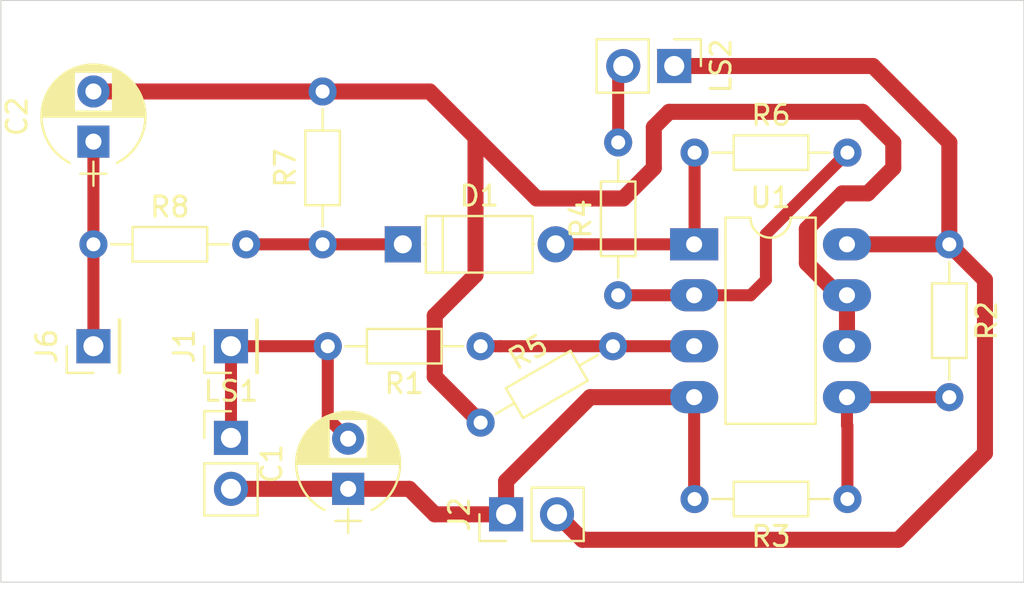
<source format=kicad_pcb>
(kicad_pcb (version 20171130) (host pcbnew "(5.1.2)-2")

  (general
    (thickness 1.6)
    (drawings 4)
    (tracks 70)
    (zones 0)
    (modules 17)
    (nets 12)
  )

  (page A4)
  (title_block
    (title "Velocity AM Demodulator")
    (date 2019-11-28)
    (rev "rev 0.1")
    (company BoSL)
  )

  (layers
    (0 F.Cu signal)
    (31 B.Cu signal)
    (32 B.Adhes user)
    (33 F.Adhes user)
    (34 B.Paste user)
    (35 F.Paste user)
    (36 B.SilkS user)
    (37 F.SilkS user)
    (38 B.Mask user)
    (39 F.Mask user)
    (40 Dwgs.User user)
    (41 Cmts.User user)
    (42 Eco1.User user)
    (43 Eco2.User user)
    (44 Edge.Cuts user)
    (45 Margin user)
    (46 B.CrtYd user)
    (47 F.CrtYd user)
    (48 B.Fab user)
    (49 F.Fab user)
  )

  (setup
    (last_trace_width 0.8)
    (user_trace_width 0.6)
    (user_trace_width 0.8)
    (trace_clearance 0.2)
    (zone_clearance 0.508)
    (zone_45_only no)
    (trace_min 0.2)
    (via_size 0.8)
    (via_drill 0.4)
    (via_min_size 0.4)
    (via_min_drill 0.3)
    (uvia_size 0.3)
    (uvia_drill 0.1)
    (uvias_allowed no)
    (uvia_min_size 0.2)
    (uvia_min_drill 0.1)
    (edge_width 0.05)
    (segment_width 0.2)
    (pcb_text_width 0.3)
    (pcb_text_size 1.5 1.5)
    (mod_edge_width 0.12)
    (mod_text_size 1 1)
    (mod_text_width 0.15)
    (pad_size 1.524 1.524)
    (pad_drill 0.762)
    (pad_to_mask_clearance 0.051)
    (solder_mask_min_width 0.25)
    (aux_axis_origin 0 0)
    (visible_elements FFFFFF7F)
    (pcbplotparams
      (layerselection 0x010fc_ffffffff)
      (usegerberextensions false)
      (usegerberattributes false)
      (usegerberadvancedattributes false)
      (creategerberjobfile false)
      (excludeedgelayer true)
      (linewidth 0.100000)
      (plotframeref false)
      (viasonmask false)
      (mode 1)
      (useauxorigin false)
      (hpglpennumber 1)
      (hpglpenspeed 20)
      (hpglpendiameter 15.000000)
      (psnegative false)
      (psa4output false)
      (plotreference true)
      (plotvalue true)
      (plotinvisibletext false)
      (padsonsilk false)
      (subtractmaskfromsilk false)
      (outputformat 1)
      (mirror false)
      (drillshape 0)
      (scaleselection 1)
      (outputdirectory "../Production Files/Gerber/"))
  )

  (net 0 "")
  (net 1 "Net-(C1-Pad2)")
  (net 2 GND)
  (net 3 "Net-(C2-Pad1)")
  (net 4 Vref)
  (net 5 "Net-(D1-Pad2)")
  (net 6 "Net-(D1-Pad1)")
  (net 7 VPP)
  (net 8 "Net-(LS2-Pad2)")
  (net 9 "Net-(R1-Pad1)")
  (net 10 "Net-(R2-Pad2)")
  (net 11 "Net-(R4-Pad1)")

  (net_class Default "This is the default net class."
    (clearance 0.2)
    (trace_width 0.25)
    (via_dia 0.8)
    (via_drill 0.4)
    (uvia_dia 0.3)
    (uvia_drill 0.1)
    (add_net GND)
    (add_net "Net-(C1-Pad2)")
    (add_net "Net-(C2-Pad1)")
    (add_net "Net-(D1-Pad1)")
    (add_net "Net-(D1-Pad2)")
    (add_net "Net-(LS2-Pad2)")
    (add_net "Net-(R1-Pad1)")
    (add_net "Net-(R2-Pad2)")
    (add_net "Net-(R4-Pad1)")
    (add_net VPP)
    (add_net Vref)
  )

  (module Capacitors_THT:CP_Radial_D5.0mm_P2.50mm (layer F.Cu) (tedit 597BC7C2) (tstamp 5DDF3320)
    (at 145.312 115.348 90)
    (descr "CP, Radial series, Radial, pin pitch=2.50mm, , diameter=5mm, Electrolytic Capacitor")
    (tags "CP Radial series Radial pin pitch 2.50mm  diameter 5mm Electrolytic Capacitor")
    (path /5DE0A18B)
    (fp_text reference C1 (at 1.25 -3.81 90) (layer F.SilkS)
      (effects (font (size 1 1) (thickness 0.15)))
    )
    (fp_text value "1 μF" (at 1.25 3.81 90) (layer F.Fab)
      (effects (font (size 1 1) (thickness 0.15)))
    )
    (fp_text user %R (at 1.25 0 270) (layer F.Fab)
      (effects (font (size 1 1) (thickness 0.15)))
    )
    (fp_line (start 4.1 -2.85) (end -1.6 -2.85) (layer F.CrtYd) (width 0.05))
    (fp_line (start 4.1 2.85) (end 4.1 -2.85) (layer F.CrtYd) (width 0.05))
    (fp_line (start -1.6 2.85) (end 4.1 2.85) (layer F.CrtYd) (width 0.05))
    (fp_line (start -1.6 -2.85) (end -1.6 2.85) (layer F.CrtYd) (width 0.05))
    (fp_line (start -1.6 -0.65) (end -1.6 0.65) (layer F.SilkS) (width 0.12))
    (fp_line (start -2.2 0) (end -1 0) (layer F.SilkS) (width 0.12))
    (fp_line (start 3.811 -0.354) (end 3.811 0.354) (layer F.SilkS) (width 0.12))
    (fp_line (start 3.771 -0.559) (end 3.771 0.559) (layer F.SilkS) (width 0.12))
    (fp_line (start 3.731 -0.707) (end 3.731 0.707) (layer F.SilkS) (width 0.12))
    (fp_line (start 3.691 -0.829) (end 3.691 0.829) (layer F.SilkS) (width 0.12))
    (fp_line (start 3.651 -0.934) (end 3.651 0.934) (layer F.SilkS) (width 0.12))
    (fp_line (start 3.611 -1.028) (end 3.611 1.028) (layer F.SilkS) (width 0.12))
    (fp_line (start 3.571 -1.112) (end 3.571 1.112) (layer F.SilkS) (width 0.12))
    (fp_line (start 3.531 -1.189) (end 3.531 1.189) (layer F.SilkS) (width 0.12))
    (fp_line (start 3.491 -1.261) (end 3.491 1.261) (layer F.SilkS) (width 0.12))
    (fp_line (start 3.451 0.98) (end 3.451 1.327) (layer F.SilkS) (width 0.12))
    (fp_line (start 3.451 -1.327) (end 3.451 -0.98) (layer F.SilkS) (width 0.12))
    (fp_line (start 3.411 0.98) (end 3.411 1.39) (layer F.SilkS) (width 0.12))
    (fp_line (start 3.411 -1.39) (end 3.411 -0.98) (layer F.SilkS) (width 0.12))
    (fp_line (start 3.371 0.98) (end 3.371 1.448) (layer F.SilkS) (width 0.12))
    (fp_line (start 3.371 -1.448) (end 3.371 -0.98) (layer F.SilkS) (width 0.12))
    (fp_line (start 3.331 0.98) (end 3.331 1.504) (layer F.SilkS) (width 0.12))
    (fp_line (start 3.331 -1.504) (end 3.331 -0.98) (layer F.SilkS) (width 0.12))
    (fp_line (start 3.291 0.98) (end 3.291 1.556) (layer F.SilkS) (width 0.12))
    (fp_line (start 3.291 -1.556) (end 3.291 -0.98) (layer F.SilkS) (width 0.12))
    (fp_line (start 3.251 0.98) (end 3.251 1.606) (layer F.SilkS) (width 0.12))
    (fp_line (start 3.251 -1.606) (end 3.251 -0.98) (layer F.SilkS) (width 0.12))
    (fp_line (start 3.211 0.98) (end 3.211 1.654) (layer F.SilkS) (width 0.12))
    (fp_line (start 3.211 -1.654) (end 3.211 -0.98) (layer F.SilkS) (width 0.12))
    (fp_line (start 3.171 0.98) (end 3.171 1.699) (layer F.SilkS) (width 0.12))
    (fp_line (start 3.171 -1.699) (end 3.171 -0.98) (layer F.SilkS) (width 0.12))
    (fp_line (start 3.131 0.98) (end 3.131 1.742) (layer F.SilkS) (width 0.12))
    (fp_line (start 3.131 -1.742) (end 3.131 -0.98) (layer F.SilkS) (width 0.12))
    (fp_line (start 3.091 0.98) (end 3.091 1.783) (layer F.SilkS) (width 0.12))
    (fp_line (start 3.091 -1.783) (end 3.091 -0.98) (layer F.SilkS) (width 0.12))
    (fp_line (start 3.051 0.98) (end 3.051 1.823) (layer F.SilkS) (width 0.12))
    (fp_line (start 3.051 -1.823) (end 3.051 -0.98) (layer F.SilkS) (width 0.12))
    (fp_line (start 3.011 0.98) (end 3.011 1.861) (layer F.SilkS) (width 0.12))
    (fp_line (start 3.011 -1.861) (end 3.011 -0.98) (layer F.SilkS) (width 0.12))
    (fp_line (start 2.971 0.98) (end 2.971 1.897) (layer F.SilkS) (width 0.12))
    (fp_line (start 2.971 -1.897) (end 2.971 -0.98) (layer F.SilkS) (width 0.12))
    (fp_line (start 2.931 0.98) (end 2.931 1.932) (layer F.SilkS) (width 0.12))
    (fp_line (start 2.931 -1.932) (end 2.931 -0.98) (layer F.SilkS) (width 0.12))
    (fp_line (start 2.891 0.98) (end 2.891 1.965) (layer F.SilkS) (width 0.12))
    (fp_line (start 2.891 -1.965) (end 2.891 -0.98) (layer F.SilkS) (width 0.12))
    (fp_line (start 2.851 0.98) (end 2.851 1.997) (layer F.SilkS) (width 0.12))
    (fp_line (start 2.851 -1.997) (end 2.851 -0.98) (layer F.SilkS) (width 0.12))
    (fp_line (start 2.811 0.98) (end 2.811 2.028) (layer F.SilkS) (width 0.12))
    (fp_line (start 2.811 -2.028) (end 2.811 -0.98) (layer F.SilkS) (width 0.12))
    (fp_line (start 2.771 0.98) (end 2.771 2.058) (layer F.SilkS) (width 0.12))
    (fp_line (start 2.771 -2.058) (end 2.771 -0.98) (layer F.SilkS) (width 0.12))
    (fp_line (start 2.731 0.98) (end 2.731 2.086) (layer F.SilkS) (width 0.12))
    (fp_line (start 2.731 -2.086) (end 2.731 -0.98) (layer F.SilkS) (width 0.12))
    (fp_line (start 2.691 0.98) (end 2.691 2.113) (layer F.SilkS) (width 0.12))
    (fp_line (start 2.691 -2.113) (end 2.691 -0.98) (layer F.SilkS) (width 0.12))
    (fp_line (start 2.651 0.98) (end 2.651 2.14) (layer F.SilkS) (width 0.12))
    (fp_line (start 2.651 -2.14) (end 2.651 -0.98) (layer F.SilkS) (width 0.12))
    (fp_line (start 2.611 0.98) (end 2.611 2.165) (layer F.SilkS) (width 0.12))
    (fp_line (start 2.611 -2.165) (end 2.611 -0.98) (layer F.SilkS) (width 0.12))
    (fp_line (start 2.571 0.98) (end 2.571 2.189) (layer F.SilkS) (width 0.12))
    (fp_line (start 2.571 -2.189) (end 2.571 -0.98) (layer F.SilkS) (width 0.12))
    (fp_line (start 2.531 0.98) (end 2.531 2.212) (layer F.SilkS) (width 0.12))
    (fp_line (start 2.531 -2.212) (end 2.531 -0.98) (layer F.SilkS) (width 0.12))
    (fp_line (start 2.491 0.98) (end 2.491 2.234) (layer F.SilkS) (width 0.12))
    (fp_line (start 2.491 -2.234) (end 2.491 -0.98) (layer F.SilkS) (width 0.12))
    (fp_line (start 2.451 0.98) (end 2.451 2.256) (layer F.SilkS) (width 0.12))
    (fp_line (start 2.451 -2.256) (end 2.451 -0.98) (layer F.SilkS) (width 0.12))
    (fp_line (start 2.411 0.98) (end 2.411 2.276) (layer F.SilkS) (width 0.12))
    (fp_line (start 2.411 -2.276) (end 2.411 -0.98) (layer F.SilkS) (width 0.12))
    (fp_line (start 2.371 0.98) (end 2.371 2.296) (layer F.SilkS) (width 0.12))
    (fp_line (start 2.371 -2.296) (end 2.371 -0.98) (layer F.SilkS) (width 0.12))
    (fp_line (start 2.331 0.98) (end 2.331 2.315) (layer F.SilkS) (width 0.12))
    (fp_line (start 2.331 -2.315) (end 2.331 -0.98) (layer F.SilkS) (width 0.12))
    (fp_line (start 2.291 0.98) (end 2.291 2.333) (layer F.SilkS) (width 0.12))
    (fp_line (start 2.291 -2.333) (end 2.291 -0.98) (layer F.SilkS) (width 0.12))
    (fp_line (start 2.251 0.98) (end 2.251 2.35) (layer F.SilkS) (width 0.12))
    (fp_line (start 2.251 -2.35) (end 2.251 -0.98) (layer F.SilkS) (width 0.12))
    (fp_line (start 2.211 0.98) (end 2.211 2.366) (layer F.SilkS) (width 0.12))
    (fp_line (start 2.211 -2.366) (end 2.211 -0.98) (layer F.SilkS) (width 0.12))
    (fp_line (start 2.171 0.98) (end 2.171 2.382) (layer F.SilkS) (width 0.12))
    (fp_line (start 2.171 -2.382) (end 2.171 -0.98) (layer F.SilkS) (width 0.12))
    (fp_line (start 2.131 0.98) (end 2.131 2.396) (layer F.SilkS) (width 0.12))
    (fp_line (start 2.131 -2.396) (end 2.131 -0.98) (layer F.SilkS) (width 0.12))
    (fp_line (start 2.091 0.98) (end 2.091 2.41) (layer F.SilkS) (width 0.12))
    (fp_line (start 2.091 -2.41) (end 2.091 -0.98) (layer F.SilkS) (width 0.12))
    (fp_line (start 2.051 0.98) (end 2.051 2.424) (layer F.SilkS) (width 0.12))
    (fp_line (start 2.051 -2.424) (end 2.051 -0.98) (layer F.SilkS) (width 0.12))
    (fp_line (start 2.011 0.98) (end 2.011 2.436) (layer F.SilkS) (width 0.12))
    (fp_line (start 2.011 -2.436) (end 2.011 -0.98) (layer F.SilkS) (width 0.12))
    (fp_line (start 1.971 0.98) (end 1.971 2.448) (layer F.SilkS) (width 0.12))
    (fp_line (start 1.971 -2.448) (end 1.971 -0.98) (layer F.SilkS) (width 0.12))
    (fp_line (start 1.93 0.98) (end 1.93 2.46) (layer F.SilkS) (width 0.12))
    (fp_line (start 1.93 -2.46) (end 1.93 -0.98) (layer F.SilkS) (width 0.12))
    (fp_line (start 1.89 0.98) (end 1.89 2.47) (layer F.SilkS) (width 0.12))
    (fp_line (start 1.89 -2.47) (end 1.89 -0.98) (layer F.SilkS) (width 0.12))
    (fp_line (start 1.85 0.98) (end 1.85 2.48) (layer F.SilkS) (width 0.12))
    (fp_line (start 1.85 -2.48) (end 1.85 -0.98) (layer F.SilkS) (width 0.12))
    (fp_line (start 1.81 0.98) (end 1.81 2.489) (layer F.SilkS) (width 0.12))
    (fp_line (start 1.81 -2.489) (end 1.81 -0.98) (layer F.SilkS) (width 0.12))
    (fp_line (start 1.77 0.98) (end 1.77 2.498) (layer F.SilkS) (width 0.12))
    (fp_line (start 1.77 -2.498) (end 1.77 -0.98) (layer F.SilkS) (width 0.12))
    (fp_line (start 1.73 0.98) (end 1.73 2.506) (layer F.SilkS) (width 0.12))
    (fp_line (start 1.73 -2.506) (end 1.73 -0.98) (layer F.SilkS) (width 0.12))
    (fp_line (start 1.69 0.98) (end 1.69 2.513) (layer F.SilkS) (width 0.12))
    (fp_line (start 1.69 -2.513) (end 1.69 -0.98) (layer F.SilkS) (width 0.12))
    (fp_line (start 1.65 0.98) (end 1.65 2.519) (layer F.SilkS) (width 0.12))
    (fp_line (start 1.65 -2.519) (end 1.65 -0.98) (layer F.SilkS) (width 0.12))
    (fp_line (start 1.61 0.98) (end 1.61 2.525) (layer F.SilkS) (width 0.12))
    (fp_line (start 1.61 -2.525) (end 1.61 -0.98) (layer F.SilkS) (width 0.12))
    (fp_line (start 1.57 0.98) (end 1.57 2.531) (layer F.SilkS) (width 0.12))
    (fp_line (start 1.57 -2.531) (end 1.57 -0.98) (layer F.SilkS) (width 0.12))
    (fp_line (start 1.53 0.98) (end 1.53 2.535) (layer F.SilkS) (width 0.12))
    (fp_line (start 1.53 -2.535) (end 1.53 -0.98) (layer F.SilkS) (width 0.12))
    (fp_line (start 1.49 -2.539) (end 1.49 2.539) (layer F.SilkS) (width 0.12))
    (fp_line (start 1.45 -2.543) (end 1.45 2.543) (layer F.SilkS) (width 0.12))
    (fp_line (start 1.41 -2.546) (end 1.41 2.546) (layer F.SilkS) (width 0.12))
    (fp_line (start 1.37 -2.548) (end 1.37 2.548) (layer F.SilkS) (width 0.12))
    (fp_line (start 1.33 -2.549) (end 1.33 2.549) (layer F.SilkS) (width 0.12))
    (fp_line (start 1.29 -2.55) (end 1.29 2.55) (layer F.SilkS) (width 0.12))
    (fp_line (start 1.25 -2.55) (end 1.25 2.55) (layer F.SilkS) (width 0.12))
    (fp_line (start -1.6 -0.65) (end -1.6 0.65) (layer F.Fab) (width 0.1))
    (fp_line (start -2.2 0) (end -1 0) (layer F.Fab) (width 0.1))
    (fp_circle (center 1.25 0) (end 3.75 0) (layer F.Fab) (width 0.1))
    (fp_arc (start 1.25 0) (end 3.55558 -1.18) (angle 54.2) (layer F.SilkS) (width 0.12))
    (fp_arc (start 1.25 0) (end -1.05558 1.18) (angle -125.8) (layer F.SilkS) (width 0.12))
    (fp_arc (start 1.25 0) (end -1.05558 -1.18) (angle 125.8) (layer F.SilkS) (width 0.12))
    (pad 2 thru_hole circle (at 2.5 0 90) (size 1.6 1.6) (drill 0.8) (layers *.Cu *.Mask)
      (net 1 "Net-(C1-Pad2)"))
    (pad 1 thru_hole rect (at 0 0 90) (size 1.6 1.6) (drill 0.8) (layers *.Cu *.Mask)
      (net 2 GND))
    (model ${KISYS3DMOD}/Capacitors_THT.3dshapes/CP_Radial_D5.0mm_P2.50mm.wrl
      (at (xyz 0 0 0))
      (scale (xyz 1 1 1))
      (rotate (xyz 0 0 0))
    )
  )

  (module Capacitors_THT:CP_Radial_D5.0mm_P2.50mm (layer F.Cu) (tedit 597BC7C2) (tstamp 5DDF2374)
    (at 132.612 98.036 90)
    (descr "CP, Radial series, Radial, pin pitch=2.50mm, , diameter=5mm, Electrolytic Capacitor")
    (tags "CP Radial series Radial pin pitch 2.50mm  diameter 5mm Electrolytic Capacitor")
    (path /5DE117BA)
    (fp_text reference C2 (at 1.25 -3.81 90) (layer F.SilkS)
      (effects (font (size 1 1) (thickness 0.15)))
    )
    (fp_text value "1 μF" (at 1.25 3.81 90) (layer F.Fab)
      (effects (font (size 1 1) (thickness 0.15)))
    )
    (fp_arc (start 1.25 0) (end -1.05558 -1.18) (angle 125.8) (layer F.SilkS) (width 0.12))
    (fp_arc (start 1.25 0) (end -1.05558 1.18) (angle -125.8) (layer F.SilkS) (width 0.12))
    (fp_arc (start 1.25 0) (end 3.55558 -1.18) (angle 54.2) (layer F.SilkS) (width 0.12))
    (fp_circle (center 1.25 0) (end 3.75 0) (layer F.Fab) (width 0.1))
    (fp_line (start -2.2 0) (end -1 0) (layer F.Fab) (width 0.1))
    (fp_line (start -1.6 -0.65) (end -1.6 0.65) (layer F.Fab) (width 0.1))
    (fp_line (start 1.25 -2.55) (end 1.25 2.55) (layer F.SilkS) (width 0.12))
    (fp_line (start 1.29 -2.55) (end 1.29 2.55) (layer F.SilkS) (width 0.12))
    (fp_line (start 1.33 -2.549) (end 1.33 2.549) (layer F.SilkS) (width 0.12))
    (fp_line (start 1.37 -2.548) (end 1.37 2.548) (layer F.SilkS) (width 0.12))
    (fp_line (start 1.41 -2.546) (end 1.41 2.546) (layer F.SilkS) (width 0.12))
    (fp_line (start 1.45 -2.543) (end 1.45 2.543) (layer F.SilkS) (width 0.12))
    (fp_line (start 1.49 -2.539) (end 1.49 2.539) (layer F.SilkS) (width 0.12))
    (fp_line (start 1.53 -2.535) (end 1.53 -0.98) (layer F.SilkS) (width 0.12))
    (fp_line (start 1.53 0.98) (end 1.53 2.535) (layer F.SilkS) (width 0.12))
    (fp_line (start 1.57 -2.531) (end 1.57 -0.98) (layer F.SilkS) (width 0.12))
    (fp_line (start 1.57 0.98) (end 1.57 2.531) (layer F.SilkS) (width 0.12))
    (fp_line (start 1.61 -2.525) (end 1.61 -0.98) (layer F.SilkS) (width 0.12))
    (fp_line (start 1.61 0.98) (end 1.61 2.525) (layer F.SilkS) (width 0.12))
    (fp_line (start 1.65 -2.519) (end 1.65 -0.98) (layer F.SilkS) (width 0.12))
    (fp_line (start 1.65 0.98) (end 1.65 2.519) (layer F.SilkS) (width 0.12))
    (fp_line (start 1.69 -2.513) (end 1.69 -0.98) (layer F.SilkS) (width 0.12))
    (fp_line (start 1.69 0.98) (end 1.69 2.513) (layer F.SilkS) (width 0.12))
    (fp_line (start 1.73 -2.506) (end 1.73 -0.98) (layer F.SilkS) (width 0.12))
    (fp_line (start 1.73 0.98) (end 1.73 2.506) (layer F.SilkS) (width 0.12))
    (fp_line (start 1.77 -2.498) (end 1.77 -0.98) (layer F.SilkS) (width 0.12))
    (fp_line (start 1.77 0.98) (end 1.77 2.498) (layer F.SilkS) (width 0.12))
    (fp_line (start 1.81 -2.489) (end 1.81 -0.98) (layer F.SilkS) (width 0.12))
    (fp_line (start 1.81 0.98) (end 1.81 2.489) (layer F.SilkS) (width 0.12))
    (fp_line (start 1.85 -2.48) (end 1.85 -0.98) (layer F.SilkS) (width 0.12))
    (fp_line (start 1.85 0.98) (end 1.85 2.48) (layer F.SilkS) (width 0.12))
    (fp_line (start 1.89 -2.47) (end 1.89 -0.98) (layer F.SilkS) (width 0.12))
    (fp_line (start 1.89 0.98) (end 1.89 2.47) (layer F.SilkS) (width 0.12))
    (fp_line (start 1.93 -2.46) (end 1.93 -0.98) (layer F.SilkS) (width 0.12))
    (fp_line (start 1.93 0.98) (end 1.93 2.46) (layer F.SilkS) (width 0.12))
    (fp_line (start 1.971 -2.448) (end 1.971 -0.98) (layer F.SilkS) (width 0.12))
    (fp_line (start 1.971 0.98) (end 1.971 2.448) (layer F.SilkS) (width 0.12))
    (fp_line (start 2.011 -2.436) (end 2.011 -0.98) (layer F.SilkS) (width 0.12))
    (fp_line (start 2.011 0.98) (end 2.011 2.436) (layer F.SilkS) (width 0.12))
    (fp_line (start 2.051 -2.424) (end 2.051 -0.98) (layer F.SilkS) (width 0.12))
    (fp_line (start 2.051 0.98) (end 2.051 2.424) (layer F.SilkS) (width 0.12))
    (fp_line (start 2.091 -2.41) (end 2.091 -0.98) (layer F.SilkS) (width 0.12))
    (fp_line (start 2.091 0.98) (end 2.091 2.41) (layer F.SilkS) (width 0.12))
    (fp_line (start 2.131 -2.396) (end 2.131 -0.98) (layer F.SilkS) (width 0.12))
    (fp_line (start 2.131 0.98) (end 2.131 2.396) (layer F.SilkS) (width 0.12))
    (fp_line (start 2.171 -2.382) (end 2.171 -0.98) (layer F.SilkS) (width 0.12))
    (fp_line (start 2.171 0.98) (end 2.171 2.382) (layer F.SilkS) (width 0.12))
    (fp_line (start 2.211 -2.366) (end 2.211 -0.98) (layer F.SilkS) (width 0.12))
    (fp_line (start 2.211 0.98) (end 2.211 2.366) (layer F.SilkS) (width 0.12))
    (fp_line (start 2.251 -2.35) (end 2.251 -0.98) (layer F.SilkS) (width 0.12))
    (fp_line (start 2.251 0.98) (end 2.251 2.35) (layer F.SilkS) (width 0.12))
    (fp_line (start 2.291 -2.333) (end 2.291 -0.98) (layer F.SilkS) (width 0.12))
    (fp_line (start 2.291 0.98) (end 2.291 2.333) (layer F.SilkS) (width 0.12))
    (fp_line (start 2.331 -2.315) (end 2.331 -0.98) (layer F.SilkS) (width 0.12))
    (fp_line (start 2.331 0.98) (end 2.331 2.315) (layer F.SilkS) (width 0.12))
    (fp_line (start 2.371 -2.296) (end 2.371 -0.98) (layer F.SilkS) (width 0.12))
    (fp_line (start 2.371 0.98) (end 2.371 2.296) (layer F.SilkS) (width 0.12))
    (fp_line (start 2.411 -2.276) (end 2.411 -0.98) (layer F.SilkS) (width 0.12))
    (fp_line (start 2.411 0.98) (end 2.411 2.276) (layer F.SilkS) (width 0.12))
    (fp_line (start 2.451 -2.256) (end 2.451 -0.98) (layer F.SilkS) (width 0.12))
    (fp_line (start 2.451 0.98) (end 2.451 2.256) (layer F.SilkS) (width 0.12))
    (fp_line (start 2.491 -2.234) (end 2.491 -0.98) (layer F.SilkS) (width 0.12))
    (fp_line (start 2.491 0.98) (end 2.491 2.234) (layer F.SilkS) (width 0.12))
    (fp_line (start 2.531 -2.212) (end 2.531 -0.98) (layer F.SilkS) (width 0.12))
    (fp_line (start 2.531 0.98) (end 2.531 2.212) (layer F.SilkS) (width 0.12))
    (fp_line (start 2.571 -2.189) (end 2.571 -0.98) (layer F.SilkS) (width 0.12))
    (fp_line (start 2.571 0.98) (end 2.571 2.189) (layer F.SilkS) (width 0.12))
    (fp_line (start 2.611 -2.165) (end 2.611 -0.98) (layer F.SilkS) (width 0.12))
    (fp_line (start 2.611 0.98) (end 2.611 2.165) (layer F.SilkS) (width 0.12))
    (fp_line (start 2.651 -2.14) (end 2.651 -0.98) (layer F.SilkS) (width 0.12))
    (fp_line (start 2.651 0.98) (end 2.651 2.14) (layer F.SilkS) (width 0.12))
    (fp_line (start 2.691 -2.113) (end 2.691 -0.98) (layer F.SilkS) (width 0.12))
    (fp_line (start 2.691 0.98) (end 2.691 2.113) (layer F.SilkS) (width 0.12))
    (fp_line (start 2.731 -2.086) (end 2.731 -0.98) (layer F.SilkS) (width 0.12))
    (fp_line (start 2.731 0.98) (end 2.731 2.086) (layer F.SilkS) (width 0.12))
    (fp_line (start 2.771 -2.058) (end 2.771 -0.98) (layer F.SilkS) (width 0.12))
    (fp_line (start 2.771 0.98) (end 2.771 2.058) (layer F.SilkS) (width 0.12))
    (fp_line (start 2.811 -2.028) (end 2.811 -0.98) (layer F.SilkS) (width 0.12))
    (fp_line (start 2.811 0.98) (end 2.811 2.028) (layer F.SilkS) (width 0.12))
    (fp_line (start 2.851 -1.997) (end 2.851 -0.98) (layer F.SilkS) (width 0.12))
    (fp_line (start 2.851 0.98) (end 2.851 1.997) (layer F.SilkS) (width 0.12))
    (fp_line (start 2.891 -1.965) (end 2.891 -0.98) (layer F.SilkS) (width 0.12))
    (fp_line (start 2.891 0.98) (end 2.891 1.965) (layer F.SilkS) (width 0.12))
    (fp_line (start 2.931 -1.932) (end 2.931 -0.98) (layer F.SilkS) (width 0.12))
    (fp_line (start 2.931 0.98) (end 2.931 1.932) (layer F.SilkS) (width 0.12))
    (fp_line (start 2.971 -1.897) (end 2.971 -0.98) (layer F.SilkS) (width 0.12))
    (fp_line (start 2.971 0.98) (end 2.971 1.897) (layer F.SilkS) (width 0.12))
    (fp_line (start 3.011 -1.861) (end 3.011 -0.98) (layer F.SilkS) (width 0.12))
    (fp_line (start 3.011 0.98) (end 3.011 1.861) (layer F.SilkS) (width 0.12))
    (fp_line (start 3.051 -1.823) (end 3.051 -0.98) (layer F.SilkS) (width 0.12))
    (fp_line (start 3.051 0.98) (end 3.051 1.823) (layer F.SilkS) (width 0.12))
    (fp_line (start 3.091 -1.783) (end 3.091 -0.98) (layer F.SilkS) (width 0.12))
    (fp_line (start 3.091 0.98) (end 3.091 1.783) (layer F.SilkS) (width 0.12))
    (fp_line (start 3.131 -1.742) (end 3.131 -0.98) (layer F.SilkS) (width 0.12))
    (fp_line (start 3.131 0.98) (end 3.131 1.742) (layer F.SilkS) (width 0.12))
    (fp_line (start 3.171 -1.699) (end 3.171 -0.98) (layer F.SilkS) (width 0.12))
    (fp_line (start 3.171 0.98) (end 3.171 1.699) (layer F.SilkS) (width 0.12))
    (fp_line (start 3.211 -1.654) (end 3.211 -0.98) (layer F.SilkS) (width 0.12))
    (fp_line (start 3.211 0.98) (end 3.211 1.654) (layer F.SilkS) (width 0.12))
    (fp_line (start 3.251 -1.606) (end 3.251 -0.98) (layer F.SilkS) (width 0.12))
    (fp_line (start 3.251 0.98) (end 3.251 1.606) (layer F.SilkS) (width 0.12))
    (fp_line (start 3.291 -1.556) (end 3.291 -0.98) (layer F.SilkS) (width 0.12))
    (fp_line (start 3.291 0.98) (end 3.291 1.556) (layer F.SilkS) (width 0.12))
    (fp_line (start 3.331 -1.504) (end 3.331 -0.98) (layer F.SilkS) (width 0.12))
    (fp_line (start 3.331 0.98) (end 3.331 1.504) (layer F.SilkS) (width 0.12))
    (fp_line (start 3.371 -1.448) (end 3.371 -0.98) (layer F.SilkS) (width 0.12))
    (fp_line (start 3.371 0.98) (end 3.371 1.448) (layer F.SilkS) (width 0.12))
    (fp_line (start 3.411 -1.39) (end 3.411 -0.98) (layer F.SilkS) (width 0.12))
    (fp_line (start 3.411 0.98) (end 3.411 1.39) (layer F.SilkS) (width 0.12))
    (fp_line (start 3.451 -1.327) (end 3.451 -0.98) (layer F.SilkS) (width 0.12))
    (fp_line (start 3.451 0.98) (end 3.451 1.327) (layer F.SilkS) (width 0.12))
    (fp_line (start 3.491 -1.261) (end 3.491 1.261) (layer F.SilkS) (width 0.12))
    (fp_line (start 3.531 -1.189) (end 3.531 1.189) (layer F.SilkS) (width 0.12))
    (fp_line (start 3.571 -1.112) (end 3.571 1.112) (layer F.SilkS) (width 0.12))
    (fp_line (start 3.611 -1.028) (end 3.611 1.028) (layer F.SilkS) (width 0.12))
    (fp_line (start 3.651 -0.934) (end 3.651 0.934) (layer F.SilkS) (width 0.12))
    (fp_line (start 3.691 -0.829) (end 3.691 0.829) (layer F.SilkS) (width 0.12))
    (fp_line (start 3.731 -0.707) (end 3.731 0.707) (layer F.SilkS) (width 0.12))
    (fp_line (start 3.771 -0.559) (end 3.771 0.559) (layer F.SilkS) (width 0.12))
    (fp_line (start 3.811 -0.354) (end 3.811 0.354) (layer F.SilkS) (width 0.12))
    (fp_line (start -2.2 0) (end -1 0) (layer F.SilkS) (width 0.12))
    (fp_line (start -1.6 -0.65) (end -1.6 0.65) (layer F.SilkS) (width 0.12))
    (fp_line (start -1.6 -2.85) (end -1.6 2.85) (layer F.CrtYd) (width 0.05))
    (fp_line (start -1.6 2.85) (end 4.1 2.85) (layer F.CrtYd) (width 0.05))
    (fp_line (start 4.1 2.85) (end 4.1 -2.85) (layer F.CrtYd) (width 0.05))
    (fp_line (start 4.1 -2.85) (end -1.6 -2.85) (layer F.CrtYd) (width 0.05))
    (fp_text user %R (at 1.25 0 90) (layer F.Fab)
      (effects (font (size 1 1) (thickness 0.15)))
    )
    (pad 1 thru_hole rect (at 0 0 90) (size 1.6 1.6) (drill 0.8) (layers *.Cu *.Mask)
      (net 3 "Net-(C2-Pad1)"))
    (pad 2 thru_hole circle (at 2.5 0 90) (size 1.6 1.6) (drill 0.8) (layers *.Cu *.Mask)
      (net 4 Vref))
    (model ${KISYS3DMOD}/Capacitors_THT.3dshapes/CP_Radial_D5.0mm_P2.50mm.wrl
      (at (xyz 0 0 0))
      (scale (xyz 1 1 1))
      (rotate (xyz 0 0 0))
    )
  )

  (module Diodes_THT:D_A-405_P7.62mm_Horizontal (layer F.Cu) (tedit 5921392E) (tstamp 5DDF1ECA)
    (at 148.038 103.156)
    (descr "D, A-405 series, Axial, Horizontal, pin pitch=7.62mm, , length*diameter=5.2*2.7mm^2, , http://www.diodes.com/_files/packages/A-405.pdf")
    (tags "D A-405 series Axial Horizontal pin pitch 7.62mm  length 5.2mm diameter 2.7mm")
    (path /5DE0EC7F)
    (fp_text reference D1 (at 3.81 -2.41) (layer F.SilkS)
      (effects (font (size 1 1) (thickness 0.15)))
    )
    (fp_text value 1N4148 (at 3.81 2.41) (layer F.Fab)
      (effects (font (size 1 1) (thickness 0.15)))
    )
    (fp_line (start 8.8 -1.7) (end -1.15 -1.7) (layer F.CrtYd) (width 0.05))
    (fp_line (start 8.8 1.7) (end 8.8 -1.7) (layer F.CrtYd) (width 0.05))
    (fp_line (start -1.15 1.7) (end 8.8 1.7) (layer F.CrtYd) (width 0.05))
    (fp_line (start -1.15 -1.7) (end -1.15 1.7) (layer F.CrtYd) (width 0.05))
    (fp_line (start 1.99 -1.41) (end 1.99 1.41) (layer F.SilkS) (width 0.12))
    (fp_line (start 6.54 0) (end 6.47 0) (layer F.SilkS) (width 0.12))
    (fp_line (start 1.08 0) (end 1.15 0) (layer F.SilkS) (width 0.12))
    (fp_line (start 6.47 -1.41) (end 1.15 -1.41) (layer F.SilkS) (width 0.12))
    (fp_line (start 6.47 1.41) (end 6.47 -1.41) (layer F.SilkS) (width 0.12))
    (fp_line (start 1.15 1.41) (end 6.47 1.41) (layer F.SilkS) (width 0.12))
    (fp_line (start 1.15 -1.41) (end 1.15 1.41) (layer F.SilkS) (width 0.12))
    (fp_line (start 1.99 -1.35) (end 1.99 1.35) (layer F.Fab) (width 0.1))
    (fp_line (start 7.62 0) (end 6.41 0) (layer F.Fab) (width 0.1))
    (fp_line (start 0 0) (end 1.21 0) (layer F.Fab) (width 0.1))
    (fp_line (start 6.41 -1.35) (end 1.21 -1.35) (layer F.Fab) (width 0.1))
    (fp_line (start 6.41 1.35) (end 6.41 -1.35) (layer F.Fab) (width 0.1))
    (fp_line (start 1.21 1.35) (end 6.41 1.35) (layer F.Fab) (width 0.1))
    (fp_line (start 1.21 -1.35) (end 1.21 1.35) (layer F.Fab) (width 0.1))
    (fp_text user %R (at 3.81 0) (layer F.Fab)
      (effects (font (size 1 1) (thickness 0.15)))
    )
    (pad 2 thru_hole oval (at 7.62 0) (size 1.8 1.8) (drill 0.9) (layers *.Cu *.Mask)
      (net 5 "Net-(D1-Pad2)"))
    (pad 1 thru_hole rect (at 0 0) (size 1.8 1.8) (drill 0.9) (layers *.Cu *.Mask)
      (net 6 "Net-(D1-Pad1)"))
    (model ${KISYS3DMOD}/Diodes_THT.3dshapes/D_A-405_P7.62mm_Horizontal.wrl
      (at (xyz 0 0 0))
      (scale (xyz 0.393701 0.393701 0.393701))
      (rotate (xyz 0 0 0))
    )
  )

  (module Pin_Headers:Pin_Header_Straight_1x01_Pitch2.54mm (layer F.Cu) (tedit 59650532) (tstamp 5DDF1ADB)
    (at 139.47 108.236 90)
    (descr "Through hole straight pin header, 1x01, 2.54mm pitch, single row")
    (tags "Through hole pin header THT 1x01 2.54mm single row")
    (path /5DE0B133)
    (fp_text reference J1 (at 0 -2.33 90) (layer F.SilkS)
      (effects (font (size 1 1) (thickness 0.15)))
    )
    (fp_text value "V Square" (at 0 2.33 90) (layer F.Fab)
      (effects (font (size 1 1) (thickness 0.15)))
    )
    (fp_text user %R (at 0 0) (layer F.Fab)
      (effects (font (size 1 1) (thickness 0.15)))
    )
    (fp_line (start 1.8 -1.8) (end -1.8 -1.8) (layer F.CrtYd) (width 0.05))
    (fp_line (start 1.8 1.8) (end 1.8 -1.8) (layer F.CrtYd) (width 0.05))
    (fp_line (start -1.8 1.8) (end 1.8 1.8) (layer F.CrtYd) (width 0.05))
    (fp_line (start -1.8 -1.8) (end -1.8 1.8) (layer F.CrtYd) (width 0.05))
    (fp_line (start -1.33 -1.33) (end 0 -1.33) (layer F.SilkS) (width 0.12))
    (fp_line (start -1.33 0) (end -1.33 -1.33) (layer F.SilkS) (width 0.12))
    (fp_line (start -1.33 1.27) (end 1.33 1.27) (layer F.SilkS) (width 0.12))
    (fp_line (start 1.33 1.27) (end 1.33 1.33) (layer F.SilkS) (width 0.12))
    (fp_line (start -1.33 1.27) (end -1.33 1.33) (layer F.SilkS) (width 0.12))
    (fp_line (start -1.33 1.33) (end 1.33 1.33) (layer F.SilkS) (width 0.12))
    (fp_line (start -1.27 -0.635) (end -0.635 -1.27) (layer F.Fab) (width 0.1))
    (fp_line (start -1.27 1.27) (end -1.27 -0.635) (layer F.Fab) (width 0.1))
    (fp_line (start 1.27 1.27) (end -1.27 1.27) (layer F.Fab) (width 0.1))
    (fp_line (start 1.27 -1.27) (end 1.27 1.27) (layer F.Fab) (width 0.1))
    (fp_line (start -0.635 -1.27) (end 1.27 -1.27) (layer F.Fab) (width 0.1))
    (pad 1 thru_hole rect (at 0 0 90) (size 1.7 1.7) (drill 1) (layers *.Cu *.Mask)
      (net 1 "Net-(C1-Pad2)"))
    (model ${KISYS3DMOD}/Pin_Headers.3dshapes/Pin_Header_Straight_1x01_Pitch2.54mm.wrl
      (at (xyz 0 0 0))
      (scale (xyz 1 1 1))
      (rotate (xyz 0 0 0))
    )
  )

  (module Pin_Headers:Pin_Header_Straight_1x02_Pitch2.54mm (layer F.Cu) (tedit 59650532) (tstamp 5DDF069A)
    (at 153.186 116.618 90)
    (descr "Through hole straight pin header, 1x02, 2.54mm pitch, single row")
    (tags "Through hole pin header THT 1x02 2.54mm single row")
    (path /5DE2938D)
    (fp_text reference J2 (at 0 -2.33 90) (layer F.SilkS)
      (effects (font (size 1 1) (thickness 0.15)))
    )
    (fp_text value Conn_01x02 (at 0 4.87 90) (layer F.Fab)
      (effects (font (size 1 1) (thickness 0.15)))
    )
    (fp_text user %R (at 0 1.27) (layer F.Fab)
      (effects (font (size 1 1) (thickness 0.15)))
    )
    (fp_line (start 1.8 -1.8) (end -1.8 -1.8) (layer F.CrtYd) (width 0.05))
    (fp_line (start 1.8 4.35) (end 1.8 -1.8) (layer F.CrtYd) (width 0.05))
    (fp_line (start -1.8 4.35) (end 1.8 4.35) (layer F.CrtYd) (width 0.05))
    (fp_line (start -1.8 -1.8) (end -1.8 4.35) (layer F.CrtYd) (width 0.05))
    (fp_line (start -1.33 -1.33) (end 0 -1.33) (layer F.SilkS) (width 0.12))
    (fp_line (start -1.33 0) (end -1.33 -1.33) (layer F.SilkS) (width 0.12))
    (fp_line (start -1.33 1.27) (end 1.33 1.27) (layer F.SilkS) (width 0.12))
    (fp_line (start 1.33 1.27) (end 1.33 3.87) (layer F.SilkS) (width 0.12))
    (fp_line (start -1.33 1.27) (end -1.33 3.87) (layer F.SilkS) (width 0.12))
    (fp_line (start -1.33 3.87) (end 1.33 3.87) (layer F.SilkS) (width 0.12))
    (fp_line (start -1.27 -0.635) (end -0.635 -1.27) (layer F.Fab) (width 0.1))
    (fp_line (start -1.27 3.81) (end -1.27 -0.635) (layer F.Fab) (width 0.1))
    (fp_line (start 1.27 3.81) (end -1.27 3.81) (layer F.Fab) (width 0.1))
    (fp_line (start 1.27 -1.27) (end 1.27 3.81) (layer F.Fab) (width 0.1))
    (fp_line (start -0.635 -1.27) (end 1.27 -1.27) (layer F.Fab) (width 0.1))
    (pad 2 thru_hole oval (at 0 2.54 90) (size 1.7 1.7) (drill 1) (layers *.Cu *.Mask)
      (net 7 VPP))
    (pad 1 thru_hole rect (at 0 0 90) (size 1.7 1.7) (drill 1) (layers *.Cu *.Mask)
      (net 2 GND))
    (model ${KISYS3DMOD}/Pin_Headers.3dshapes/Pin_Header_Straight_1x02_Pitch2.54mm.wrl
      (at (xyz 0 0 0))
      (scale (xyz 1 1 1))
      (rotate (xyz 0 0 0))
    )
  )

  (module Pin_Headers:Pin_Header_Straight_1x01_Pitch2.54mm (layer F.Cu) (tedit 59650532) (tstamp 5DDF1CE9)
    (at 132.612 108.236 90)
    (descr "Through hole straight pin header, 1x01, 2.54mm pitch, single row")
    (tags "Through hole pin header THT 1x01 2.54mm single row")
    (path /5DE13BD9)
    (fp_text reference J6 (at 0 -2.33 90) (layer F.SilkS)
      (effects (font (size 1 1) (thickness 0.15)))
    )
    (fp_text value "Doppler Out" (at 0 2.33 90) (layer F.Fab)
      (effects (font (size 1 1) (thickness 0.15)))
    )
    (fp_line (start -0.635 -1.27) (end 1.27 -1.27) (layer F.Fab) (width 0.1))
    (fp_line (start 1.27 -1.27) (end 1.27 1.27) (layer F.Fab) (width 0.1))
    (fp_line (start 1.27 1.27) (end -1.27 1.27) (layer F.Fab) (width 0.1))
    (fp_line (start -1.27 1.27) (end -1.27 -0.635) (layer F.Fab) (width 0.1))
    (fp_line (start -1.27 -0.635) (end -0.635 -1.27) (layer F.Fab) (width 0.1))
    (fp_line (start -1.33 1.33) (end 1.33 1.33) (layer F.SilkS) (width 0.12))
    (fp_line (start -1.33 1.27) (end -1.33 1.33) (layer F.SilkS) (width 0.12))
    (fp_line (start 1.33 1.27) (end 1.33 1.33) (layer F.SilkS) (width 0.12))
    (fp_line (start -1.33 1.27) (end 1.33 1.27) (layer F.SilkS) (width 0.12))
    (fp_line (start -1.33 0) (end -1.33 -1.33) (layer F.SilkS) (width 0.12))
    (fp_line (start -1.33 -1.33) (end 0 -1.33) (layer F.SilkS) (width 0.12))
    (fp_line (start -1.8 -1.8) (end -1.8 1.8) (layer F.CrtYd) (width 0.05))
    (fp_line (start -1.8 1.8) (end 1.8 1.8) (layer F.CrtYd) (width 0.05))
    (fp_line (start 1.8 1.8) (end 1.8 -1.8) (layer F.CrtYd) (width 0.05))
    (fp_line (start 1.8 -1.8) (end -1.8 -1.8) (layer F.CrtYd) (width 0.05))
    (fp_text user %R (at 0 0) (layer F.Fab)
      (effects (font (size 1 1) (thickness 0.15)))
    )
    (pad 1 thru_hole rect (at 0 0 90) (size 1.7 1.7) (drill 1) (layers *.Cu *.Mask)
      (net 3 "Net-(C2-Pad1)"))
    (model ${KISYS3DMOD}/Pin_Headers.3dshapes/Pin_Header_Straight_1x01_Pitch2.54mm.wrl
      (at (xyz 0 0 0))
      (scale (xyz 1 1 1))
      (rotate (xyz 0 0 0))
    )
  )

  (module Pin_Headers:Pin_Header_Straight_1x02_Pitch2.54mm (layer F.Cu) (tedit 59650532) (tstamp 5DDF2BFA)
    (at 139.47 112.808)
    (descr "Through hole straight pin header, 1x02, 2.54mm pitch, single row")
    (tags "Through hole pin header THT 1x02 2.54mm single row")
    (path /5DE0BBA5)
    (fp_text reference LS1 (at 0 -2.33) (layer F.SilkS)
      (effects (font (size 1 1) (thickness 0.15)))
    )
    (fp_text value Emmiter (at 0 4.87) (layer F.Fab)
      (effects (font (size 1 1) (thickness 0.15)))
    )
    (fp_line (start -0.635 -1.27) (end 1.27 -1.27) (layer F.Fab) (width 0.1))
    (fp_line (start 1.27 -1.27) (end 1.27 3.81) (layer F.Fab) (width 0.1))
    (fp_line (start 1.27 3.81) (end -1.27 3.81) (layer F.Fab) (width 0.1))
    (fp_line (start -1.27 3.81) (end -1.27 -0.635) (layer F.Fab) (width 0.1))
    (fp_line (start -1.27 -0.635) (end -0.635 -1.27) (layer F.Fab) (width 0.1))
    (fp_line (start -1.33 3.87) (end 1.33 3.87) (layer F.SilkS) (width 0.12))
    (fp_line (start -1.33 1.27) (end -1.33 3.87) (layer F.SilkS) (width 0.12))
    (fp_line (start 1.33 1.27) (end 1.33 3.87) (layer F.SilkS) (width 0.12))
    (fp_line (start -1.33 1.27) (end 1.33 1.27) (layer F.SilkS) (width 0.12))
    (fp_line (start -1.33 0) (end -1.33 -1.33) (layer F.SilkS) (width 0.12))
    (fp_line (start -1.33 -1.33) (end 0 -1.33) (layer F.SilkS) (width 0.12))
    (fp_line (start -1.8 -1.8) (end -1.8 4.35) (layer F.CrtYd) (width 0.05))
    (fp_line (start -1.8 4.35) (end 1.8 4.35) (layer F.CrtYd) (width 0.05))
    (fp_line (start 1.8 4.35) (end 1.8 -1.8) (layer F.CrtYd) (width 0.05))
    (fp_line (start 1.8 -1.8) (end -1.8 -1.8) (layer F.CrtYd) (width 0.05))
    (fp_text user %R (at 0 1.27 90) (layer F.Fab)
      (effects (font (size 1 1) (thickness 0.15)))
    )
    (pad 1 thru_hole rect (at 0 0) (size 1.7 1.7) (drill 1) (layers *.Cu *.Mask)
      (net 1 "Net-(C1-Pad2)"))
    (pad 2 thru_hole oval (at 0 2.54) (size 1.7 1.7) (drill 1) (layers *.Cu *.Mask)
      (net 2 GND))
    (model ${KISYS3DMOD}/Pin_Headers.3dshapes/Pin_Header_Straight_1x02_Pitch2.54mm.wrl
      (at (xyz 0 0 0))
      (scale (xyz 1 1 1))
      (rotate (xyz 0 0 0))
    )
  )

  (module Pin_Headers:Pin_Header_Straight_1x02_Pitch2.54mm (layer F.Cu) (tedit 59650532) (tstamp 5DDF217C)
    (at 161.568 94.266 270)
    (descr "Through hole straight pin header, 1x02, 2.54mm pitch, single row")
    (tags "Through hole pin header THT 1x02 2.54mm single row")
    (path /5DE06123)
    (fp_text reference LS2 (at 0 -2.33 90) (layer F.SilkS)
      (effects (font (size 1 1) (thickness 0.15)))
    )
    (fp_text value Receiver (at 0 4.87 90) (layer F.Fab)
      (effects (font (size 1 1) (thickness 0.15)))
    )
    (fp_text user %R (at 0 1.27) (layer F.Fab)
      (effects (font (size 1 1) (thickness 0.15)))
    )
    (fp_line (start 1.8 -1.8) (end -1.8 -1.8) (layer F.CrtYd) (width 0.05))
    (fp_line (start 1.8 4.35) (end 1.8 -1.8) (layer F.CrtYd) (width 0.05))
    (fp_line (start -1.8 4.35) (end 1.8 4.35) (layer F.CrtYd) (width 0.05))
    (fp_line (start -1.8 -1.8) (end -1.8 4.35) (layer F.CrtYd) (width 0.05))
    (fp_line (start -1.33 -1.33) (end 0 -1.33) (layer F.SilkS) (width 0.12))
    (fp_line (start -1.33 0) (end -1.33 -1.33) (layer F.SilkS) (width 0.12))
    (fp_line (start -1.33 1.27) (end 1.33 1.27) (layer F.SilkS) (width 0.12))
    (fp_line (start 1.33 1.27) (end 1.33 3.87) (layer F.SilkS) (width 0.12))
    (fp_line (start -1.33 1.27) (end -1.33 3.87) (layer F.SilkS) (width 0.12))
    (fp_line (start -1.33 3.87) (end 1.33 3.87) (layer F.SilkS) (width 0.12))
    (fp_line (start -1.27 -0.635) (end -0.635 -1.27) (layer F.Fab) (width 0.1))
    (fp_line (start -1.27 3.81) (end -1.27 -0.635) (layer F.Fab) (width 0.1))
    (fp_line (start 1.27 3.81) (end -1.27 3.81) (layer F.Fab) (width 0.1))
    (fp_line (start 1.27 -1.27) (end 1.27 3.81) (layer F.Fab) (width 0.1))
    (fp_line (start -0.635 -1.27) (end 1.27 -1.27) (layer F.Fab) (width 0.1))
    (pad 2 thru_hole oval (at 0 2.54 270) (size 1.7 1.7) (drill 1) (layers *.Cu *.Mask)
      (net 8 "Net-(LS2-Pad2)"))
    (pad 1 thru_hole rect (at 0 0 270) (size 1.7 1.7) (drill 1) (layers *.Cu *.Mask)
      (net 7 VPP))
    (model ${KISYS3DMOD}/Pin_Headers.3dshapes/Pin_Header_Straight_1x02_Pitch2.54mm.wrl
      (at (xyz 0 0 0))
      (scale (xyz 1 1 1))
      (rotate (xyz 0 0 0))
    )
  )

  (module Resistors_THT:R_Axial_DIN0204_L3.6mm_D1.6mm_P7.62mm_Horizontal (layer F.Cu) (tedit 5874F706) (tstamp 5DDF13EA)
    (at 151.916 108.236 180)
    (descr "Resistor, Axial_DIN0204 series, Axial, Horizontal, pin pitch=7.62mm, 0.16666666666666666W = 1/6W, length*diameter=3.6*1.6mm^2, http://cdn-reichelt.de/documents/datenblatt/B400/1_4W%23YAG.pdf")
    (tags "Resistor Axial_DIN0204 series Axial Horizontal pin pitch 7.62mm 0.16666666666666666W = 1/6W length 3.6mm diameter 1.6mm")
    (path /5DDFD405)
    (fp_text reference R1 (at 3.81 -1.86) (layer F.SilkS)
      (effects (font (size 1 1) (thickness 0.15)))
    )
    (fp_text value "10 kΩ" (at 3.81 1.86) (layer F.Fab)
      (effects (font (size 1 1) (thickness 0.15)))
    )
    (fp_line (start 2.01 -0.8) (end 2.01 0.8) (layer F.Fab) (width 0.1))
    (fp_line (start 2.01 0.8) (end 5.61 0.8) (layer F.Fab) (width 0.1))
    (fp_line (start 5.61 0.8) (end 5.61 -0.8) (layer F.Fab) (width 0.1))
    (fp_line (start 5.61 -0.8) (end 2.01 -0.8) (layer F.Fab) (width 0.1))
    (fp_line (start 0 0) (end 2.01 0) (layer F.Fab) (width 0.1))
    (fp_line (start 7.62 0) (end 5.61 0) (layer F.Fab) (width 0.1))
    (fp_line (start 1.95 -0.86) (end 1.95 0.86) (layer F.SilkS) (width 0.12))
    (fp_line (start 1.95 0.86) (end 5.67 0.86) (layer F.SilkS) (width 0.12))
    (fp_line (start 5.67 0.86) (end 5.67 -0.86) (layer F.SilkS) (width 0.12))
    (fp_line (start 5.67 -0.86) (end 1.95 -0.86) (layer F.SilkS) (width 0.12))
    (fp_line (start 0.88 0) (end 1.95 0) (layer F.SilkS) (width 0.12))
    (fp_line (start 6.74 0) (end 5.67 0) (layer F.SilkS) (width 0.12))
    (fp_line (start -0.95 -1.15) (end -0.95 1.15) (layer F.CrtYd) (width 0.05))
    (fp_line (start -0.95 1.15) (end 8.6 1.15) (layer F.CrtYd) (width 0.05))
    (fp_line (start 8.6 1.15) (end 8.6 -1.15) (layer F.CrtYd) (width 0.05))
    (fp_line (start 8.6 -1.15) (end -0.95 -1.15) (layer F.CrtYd) (width 0.05))
    (pad 1 thru_hole circle (at 0 0 180) (size 1.4 1.4) (drill 0.7) (layers *.Cu *.Mask)
      (net 9 "Net-(R1-Pad1)"))
    (pad 2 thru_hole oval (at 7.62 0 180) (size 1.4 1.4) (drill 0.7) (layers *.Cu *.Mask)
      (net 1 "Net-(C1-Pad2)"))
    (model ${KISYS3DMOD}/Resistors_THT.3dshapes/R_Axial_DIN0204_L3.6mm_D1.6mm_P7.62mm_Horizontal.wrl
      (at (xyz 0 0 0))
      (scale (xyz 0.393701 0.393701 0.393701))
      (rotate (xyz 0 0 0))
    )
  )

  (module Resistors_THT:R_Axial_DIN0204_L3.6mm_D1.6mm_P7.62mm_Horizontal (layer F.Cu) (tedit 5874F706) (tstamp 5DDF0707)
    (at 175.284 103.156 270)
    (descr "Resistor, Axial_DIN0204 series, Axial, Horizontal, pin pitch=7.62mm, 0.16666666666666666W = 1/6W, length*diameter=3.6*1.6mm^2, http://cdn-reichelt.de/documents/datenblatt/B400/1_4W%23YAG.pdf")
    (tags "Resistor Axial_DIN0204 series Axial Horizontal pin pitch 7.62mm 0.16666666666666666W = 1/6W length 3.6mm diameter 1.6mm")
    (path /5DDF9A83)
    (fp_text reference R2 (at 3.81 -1.86 90) (layer F.SilkS)
      (effects (font (size 1 1) (thickness 0.15)))
    )
    (fp_text value "2 kΩ" (at 3.81 1.86 90) (layer F.Fab)
      (effects (font (size 1 1) (thickness 0.15)))
    )
    (fp_line (start 8.6 -1.15) (end -0.95 -1.15) (layer F.CrtYd) (width 0.05))
    (fp_line (start 8.6 1.15) (end 8.6 -1.15) (layer F.CrtYd) (width 0.05))
    (fp_line (start -0.95 1.15) (end 8.6 1.15) (layer F.CrtYd) (width 0.05))
    (fp_line (start -0.95 -1.15) (end -0.95 1.15) (layer F.CrtYd) (width 0.05))
    (fp_line (start 6.74 0) (end 5.67 0) (layer F.SilkS) (width 0.12))
    (fp_line (start 0.88 0) (end 1.95 0) (layer F.SilkS) (width 0.12))
    (fp_line (start 5.67 -0.86) (end 1.95 -0.86) (layer F.SilkS) (width 0.12))
    (fp_line (start 5.67 0.86) (end 5.67 -0.86) (layer F.SilkS) (width 0.12))
    (fp_line (start 1.95 0.86) (end 5.67 0.86) (layer F.SilkS) (width 0.12))
    (fp_line (start 1.95 -0.86) (end 1.95 0.86) (layer F.SilkS) (width 0.12))
    (fp_line (start 7.62 0) (end 5.61 0) (layer F.Fab) (width 0.1))
    (fp_line (start 0 0) (end 2.01 0) (layer F.Fab) (width 0.1))
    (fp_line (start 5.61 -0.8) (end 2.01 -0.8) (layer F.Fab) (width 0.1))
    (fp_line (start 5.61 0.8) (end 5.61 -0.8) (layer F.Fab) (width 0.1))
    (fp_line (start 2.01 0.8) (end 5.61 0.8) (layer F.Fab) (width 0.1))
    (fp_line (start 2.01 -0.8) (end 2.01 0.8) (layer F.Fab) (width 0.1))
    (pad 2 thru_hole oval (at 7.62 0 270) (size 1.4 1.4) (drill 0.7) (layers *.Cu *.Mask)
      (net 10 "Net-(R2-Pad2)"))
    (pad 1 thru_hole circle (at 0 0 270) (size 1.4 1.4) (drill 0.7) (layers *.Cu *.Mask)
      (net 7 VPP))
    (model ${KISYS3DMOD}/Resistors_THT.3dshapes/R_Axial_DIN0204_L3.6mm_D1.6mm_P7.62mm_Horizontal.wrl
      (at (xyz 0 0 0))
      (scale (xyz 0.393701 0.393701 0.393701))
      (rotate (xyz 0 0 0))
    )
  )

  (module Resistors_THT:R_Axial_DIN0204_L3.6mm_D1.6mm_P7.62mm_Horizontal (layer F.Cu) (tedit 5874F706) (tstamp 5DDF071D)
    (at 170.204 115.856 180)
    (descr "Resistor, Axial_DIN0204 series, Axial, Horizontal, pin pitch=7.62mm, 0.16666666666666666W = 1/6W, length*diameter=3.6*1.6mm^2, http://cdn-reichelt.de/documents/datenblatt/B400/1_4W%23YAG.pdf")
    (tags "Resistor Axial_DIN0204 series Axial Horizontal pin pitch 7.62mm 0.16666666666666666W = 1/6W length 3.6mm diameter 1.6mm")
    (path /5DDF9DD3)
    (fp_text reference R3 (at 3.81 -1.86) (layer F.SilkS)
      (effects (font (size 1 1) (thickness 0.15)))
    )
    (fp_text value "2 kΩ" (at 3.81 1.86) (layer F.Fab)
      (effects (font (size 1 1) (thickness 0.15)))
    )
    (fp_line (start 2.01 -0.8) (end 2.01 0.8) (layer F.Fab) (width 0.1))
    (fp_line (start 2.01 0.8) (end 5.61 0.8) (layer F.Fab) (width 0.1))
    (fp_line (start 5.61 0.8) (end 5.61 -0.8) (layer F.Fab) (width 0.1))
    (fp_line (start 5.61 -0.8) (end 2.01 -0.8) (layer F.Fab) (width 0.1))
    (fp_line (start 0 0) (end 2.01 0) (layer F.Fab) (width 0.1))
    (fp_line (start 7.62 0) (end 5.61 0) (layer F.Fab) (width 0.1))
    (fp_line (start 1.95 -0.86) (end 1.95 0.86) (layer F.SilkS) (width 0.12))
    (fp_line (start 1.95 0.86) (end 5.67 0.86) (layer F.SilkS) (width 0.12))
    (fp_line (start 5.67 0.86) (end 5.67 -0.86) (layer F.SilkS) (width 0.12))
    (fp_line (start 5.67 -0.86) (end 1.95 -0.86) (layer F.SilkS) (width 0.12))
    (fp_line (start 0.88 0) (end 1.95 0) (layer F.SilkS) (width 0.12))
    (fp_line (start 6.74 0) (end 5.67 0) (layer F.SilkS) (width 0.12))
    (fp_line (start -0.95 -1.15) (end -0.95 1.15) (layer F.CrtYd) (width 0.05))
    (fp_line (start -0.95 1.15) (end 8.6 1.15) (layer F.CrtYd) (width 0.05))
    (fp_line (start 8.6 1.15) (end 8.6 -1.15) (layer F.CrtYd) (width 0.05))
    (fp_line (start 8.6 -1.15) (end -0.95 -1.15) (layer F.CrtYd) (width 0.05))
    (pad 1 thru_hole circle (at 0 0 180) (size 1.4 1.4) (drill 0.7) (layers *.Cu *.Mask)
      (net 10 "Net-(R2-Pad2)"))
    (pad 2 thru_hole oval (at 7.62 0 180) (size 1.4 1.4) (drill 0.7) (layers *.Cu *.Mask)
      (net 2 GND))
    (model ${KISYS3DMOD}/Resistors_THT.3dshapes/R_Axial_DIN0204_L3.6mm_D1.6mm_P7.62mm_Horizontal.wrl
      (at (xyz 0 0 0))
      (scale (xyz 0.393701 0.393701 0.393701))
      (rotate (xyz 0 0 0))
    )
  )

  (module Resistors_THT:R_Axial_DIN0204_L3.6mm_D1.6mm_P7.62mm_Horizontal (layer F.Cu) (tedit 5874F706) (tstamp 5DDF20FD)
    (at 158.774 105.696 90)
    (descr "Resistor, Axial_DIN0204 series, Axial, Horizontal, pin pitch=7.62mm, 0.16666666666666666W = 1/6W, length*diameter=3.6*1.6mm^2, http://cdn-reichelt.de/documents/datenblatt/B400/1_4W%23YAG.pdf")
    (tags "Resistor Axial_DIN0204 series Axial Horizontal pin pitch 7.62mm 0.16666666666666666W = 1/6W length 3.6mm diameter 1.6mm")
    (path /5DE040B5)
    (fp_text reference R4 (at 3.81 -1.86 90) (layer F.SilkS)
      (effects (font (size 1 1) (thickness 0.15)))
    )
    (fp_text value "2 kΩ" (at 3.81 1.86 90) (layer F.Fab)
      (effects (font (size 1 1) (thickness 0.15)))
    )
    (fp_line (start 2.01 -0.8) (end 2.01 0.8) (layer F.Fab) (width 0.1))
    (fp_line (start 2.01 0.8) (end 5.61 0.8) (layer F.Fab) (width 0.1))
    (fp_line (start 5.61 0.8) (end 5.61 -0.8) (layer F.Fab) (width 0.1))
    (fp_line (start 5.61 -0.8) (end 2.01 -0.8) (layer F.Fab) (width 0.1))
    (fp_line (start 0 0) (end 2.01 0) (layer F.Fab) (width 0.1))
    (fp_line (start 7.62 0) (end 5.61 0) (layer F.Fab) (width 0.1))
    (fp_line (start 1.95 -0.86) (end 1.95 0.86) (layer F.SilkS) (width 0.12))
    (fp_line (start 1.95 0.86) (end 5.67 0.86) (layer F.SilkS) (width 0.12))
    (fp_line (start 5.67 0.86) (end 5.67 -0.86) (layer F.SilkS) (width 0.12))
    (fp_line (start 5.67 -0.86) (end 1.95 -0.86) (layer F.SilkS) (width 0.12))
    (fp_line (start 0.88 0) (end 1.95 0) (layer F.SilkS) (width 0.12))
    (fp_line (start 6.74 0) (end 5.67 0) (layer F.SilkS) (width 0.12))
    (fp_line (start -0.95 -1.15) (end -0.95 1.15) (layer F.CrtYd) (width 0.05))
    (fp_line (start -0.95 1.15) (end 8.6 1.15) (layer F.CrtYd) (width 0.05))
    (fp_line (start 8.6 1.15) (end 8.6 -1.15) (layer F.CrtYd) (width 0.05))
    (fp_line (start 8.6 -1.15) (end -0.95 -1.15) (layer F.CrtYd) (width 0.05))
    (pad 1 thru_hole circle (at 0 0 90) (size 1.4 1.4) (drill 0.7) (layers *.Cu *.Mask)
      (net 11 "Net-(R4-Pad1)"))
    (pad 2 thru_hole oval (at 7.62 0 90) (size 1.4 1.4) (drill 0.7) (layers *.Cu *.Mask)
      (net 8 "Net-(LS2-Pad2)"))
    (model ${KISYS3DMOD}/Resistors_THT.3dshapes/R_Axial_DIN0204_L3.6mm_D1.6mm_P7.62mm_Horizontal.wrl
      (at (xyz 0 0 0))
      (scale (xyz 0.393701 0.393701 0.393701))
      (rotate (xyz 0 0 0))
    )
  )

  (module Resistors_THT:R_Axial_DIN0204_L3.6mm_D1.6mm_P7.62mm_Horizontal (layer F.Cu) (tedit 5874F706) (tstamp 5DDF378C)
    (at 151.916 112.046 30)
    (descr "Resistor, Axial_DIN0204 series, Axial, Horizontal, pin pitch=7.62mm, 0.16666666666666666W = 1/6W, length*diameter=3.6*1.6mm^2, http://cdn-reichelt.de/documents/datenblatt/B400/1_4W%23YAG.pdf")
    (tags "Resistor Axial_DIN0204 series Axial Horizontal pin pitch 7.62mm 0.16666666666666666W = 1/6W length 3.6mm diameter 1.6mm")
    (path /5DDFCA2B)
    (fp_text reference R5 (at 3.81 -1.86 30) (layer F.SilkS)
      (effects (font (size 1 1) (thickness 0.15)))
    )
    (fp_text value "2 kΩ" (at 3.81 1.86 30) (layer F.Fab)
      (effects (font (size 1 1) (thickness 0.15)))
    )
    (fp_line (start 8.6 -1.15) (end -0.95 -1.15) (layer F.CrtYd) (width 0.05))
    (fp_line (start 8.6 1.15) (end 8.6 -1.15) (layer F.CrtYd) (width 0.05))
    (fp_line (start -0.95 1.15) (end 8.6 1.15) (layer F.CrtYd) (width 0.05))
    (fp_line (start -0.95 -1.15) (end -0.95 1.15) (layer F.CrtYd) (width 0.05))
    (fp_line (start 6.74 0) (end 5.67 0) (layer F.SilkS) (width 0.12))
    (fp_line (start 0.88 0) (end 1.95 0) (layer F.SilkS) (width 0.12))
    (fp_line (start 5.67 -0.86) (end 1.95 -0.86) (layer F.SilkS) (width 0.12))
    (fp_line (start 5.67 0.86) (end 5.67 -0.86) (layer F.SilkS) (width 0.12))
    (fp_line (start 1.95 0.86) (end 5.67 0.86) (layer F.SilkS) (width 0.12))
    (fp_line (start 1.95 -0.86) (end 1.95 0.86) (layer F.SilkS) (width 0.12))
    (fp_line (start 7.62 0) (end 5.61 0) (layer F.Fab) (width 0.1))
    (fp_line (start 0 0) (end 2.01 0) (layer F.Fab) (width 0.1))
    (fp_line (start 5.61 -0.8) (end 2.01 -0.8) (layer F.Fab) (width 0.1))
    (fp_line (start 5.61 0.8) (end 5.61 -0.8) (layer F.Fab) (width 0.1))
    (fp_line (start 2.01 0.8) (end 5.61 0.8) (layer F.Fab) (width 0.1))
    (fp_line (start 2.01 -0.8) (end 2.01 0.8) (layer F.Fab) (width 0.1))
    (pad 2 thru_hole oval (at 7.62 0 30) (size 1.4 1.4) (drill 0.7) (layers *.Cu *.Mask)
      (net 9 "Net-(R1-Pad1)"))
    (pad 1 thru_hole circle (at 0 0 30) (size 1.4 1.4) (drill 0.7) (layers *.Cu *.Mask)
      (net 4 Vref))
    (model ${KISYS3DMOD}/Resistors_THT.3dshapes/R_Axial_DIN0204_L3.6mm_D1.6mm_P7.62mm_Horizontal.wrl
      (at (xyz 0 0 0))
      (scale (xyz 0.393701 0.393701 0.393701))
      (rotate (xyz 0 0 0))
    )
  )

  (module Resistors_THT:R_Axial_DIN0204_L3.6mm_D1.6mm_P7.62mm_Horizontal (layer F.Cu) (tedit 5874F706) (tstamp 5DDF075F)
    (at 162.584 98.584)
    (descr "Resistor, Axial_DIN0204 series, Axial, Horizontal, pin pitch=7.62mm, 0.16666666666666666W = 1/6W, length*diameter=3.6*1.6mm^2, http://cdn-reichelt.de/documents/datenblatt/B400/1_4W%23YAG.pdf")
    (tags "Resistor Axial_DIN0204 series Axial Horizontal pin pitch 7.62mm 0.16666666666666666W = 1/6W length 3.6mm diameter 1.6mm")
    (path /5DE03D24)
    (fp_text reference R6 (at 3.81 -1.86) (layer F.SilkS)
      (effects (font (size 1 1) (thickness 0.15)))
    )
    (fp_text value "10 kΩ" (at 3.81 1.86) (layer F.Fab)
      (effects (font (size 1 1) (thickness 0.15)))
    )
    (fp_line (start 8.6 -1.15) (end -0.95 -1.15) (layer F.CrtYd) (width 0.05))
    (fp_line (start 8.6 1.15) (end 8.6 -1.15) (layer F.CrtYd) (width 0.05))
    (fp_line (start -0.95 1.15) (end 8.6 1.15) (layer F.CrtYd) (width 0.05))
    (fp_line (start -0.95 -1.15) (end -0.95 1.15) (layer F.CrtYd) (width 0.05))
    (fp_line (start 6.74 0) (end 5.67 0) (layer F.SilkS) (width 0.12))
    (fp_line (start 0.88 0) (end 1.95 0) (layer F.SilkS) (width 0.12))
    (fp_line (start 5.67 -0.86) (end 1.95 -0.86) (layer F.SilkS) (width 0.12))
    (fp_line (start 5.67 0.86) (end 5.67 -0.86) (layer F.SilkS) (width 0.12))
    (fp_line (start 1.95 0.86) (end 5.67 0.86) (layer F.SilkS) (width 0.12))
    (fp_line (start 1.95 -0.86) (end 1.95 0.86) (layer F.SilkS) (width 0.12))
    (fp_line (start 7.62 0) (end 5.61 0) (layer F.Fab) (width 0.1))
    (fp_line (start 0 0) (end 2.01 0) (layer F.Fab) (width 0.1))
    (fp_line (start 5.61 -0.8) (end 2.01 -0.8) (layer F.Fab) (width 0.1))
    (fp_line (start 5.61 0.8) (end 5.61 -0.8) (layer F.Fab) (width 0.1))
    (fp_line (start 2.01 0.8) (end 5.61 0.8) (layer F.Fab) (width 0.1))
    (fp_line (start 2.01 -0.8) (end 2.01 0.8) (layer F.Fab) (width 0.1))
    (pad 2 thru_hole oval (at 7.62 0) (size 1.4 1.4) (drill 0.7) (layers *.Cu *.Mask)
      (net 11 "Net-(R4-Pad1)"))
    (pad 1 thru_hole circle (at 0 0) (size 1.4 1.4) (drill 0.7) (layers *.Cu *.Mask)
      (net 5 "Net-(D1-Pad2)"))
    (model ${KISYS3DMOD}/Resistors_THT.3dshapes/R_Axial_DIN0204_L3.6mm_D1.6mm_P7.62mm_Horizontal.wrl
      (at (xyz 0 0 0))
      (scale (xyz 0.393701 0.393701 0.393701))
      (rotate (xyz 0 0 0))
    )
  )

  (module Resistors_THT:R_Axial_DIN0204_L3.6mm_D1.6mm_P7.62mm_Horizontal (layer F.Cu) (tedit 5874F706) (tstamp 5DDF0775)
    (at 144.038 103.156 90)
    (descr "Resistor, Axial_DIN0204 series, Axial, Horizontal, pin pitch=7.62mm, 0.16666666666666666W = 1/6W, length*diameter=3.6*1.6mm^2, http://cdn-reichelt.de/documents/datenblatt/B400/1_4W%23YAG.pdf")
    (tags "Resistor Axial_DIN0204 series Axial Horizontal pin pitch 7.62mm 0.16666666666666666W = 1/6W length 3.6mm diameter 1.6mm")
    (path /5DE0F718)
    (fp_text reference R7 (at 3.81 -1.86 90) (layer F.SilkS)
      (effects (font (size 1 1) (thickness 0.15)))
    )
    (fp_text value "2 kΩ" (at 3.81 1.86 90) (layer F.Fab)
      (effects (font (size 1 1) (thickness 0.15)))
    )
    (fp_line (start 2.01 -0.8) (end 2.01 0.8) (layer F.Fab) (width 0.1))
    (fp_line (start 2.01 0.8) (end 5.61 0.8) (layer F.Fab) (width 0.1))
    (fp_line (start 5.61 0.8) (end 5.61 -0.8) (layer F.Fab) (width 0.1))
    (fp_line (start 5.61 -0.8) (end 2.01 -0.8) (layer F.Fab) (width 0.1))
    (fp_line (start 0 0) (end 2.01 0) (layer F.Fab) (width 0.1))
    (fp_line (start 7.62 0) (end 5.61 0) (layer F.Fab) (width 0.1))
    (fp_line (start 1.95 -0.86) (end 1.95 0.86) (layer F.SilkS) (width 0.12))
    (fp_line (start 1.95 0.86) (end 5.67 0.86) (layer F.SilkS) (width 0.12))
    (fp_line (start 5.67 0.86) (end 5.67 -0.86) (layer F.SilkS) (width 0.12))
    (fp_line (start 5.67 -0.86) (end 1.95 -0.86) (layer F.SilkS) (width 0.12))
    (fp_line (start 0.88 0) (end 1.95 0) (layer F.SilkS) (width 0.12))
    (fp_line (start 6.74 0) (end 5.67 0) (layer F.SilkS) (width 0.12))
    (fp_line (start -0.95 -1.15) (end -0.95 1.15) (layer F.CrtYd) (width 0.05))
    (fp_line (start -0.95 1.15) (end 8.6 1.15) (layer F.CrtYd) (width 0.05))
    (fp_line (start 8.6 1.15) (end 8.6 -1.15) (layer F.CrtYd) (width 0.05))
    (fp_line (start 8.6 -1.15) (end -0.95 -1.15) (layer F.CrtYd) (width 0.05))
    (pad 1 thru_hole circle (at 0 0 90) (size 1.4 1.4) (drill 0.7) (layers *.Cu *.Mask)
      (net 6 "Net-(D1-Pad1)"))
    (pad 2 thru_hole oval (at 7.62 0 90) (size 1.4 1.4) (drill 0.7) (layers *.Cu *.Mask)
      (net 4 Vref))
    (model ${KISYS3DMOD}/Resistors_THT.3dshapes/R_Axial_DIN0204_L3.6mm_D1.6mm_P7.62mm_Horizontal.wrl
      (at (xyz 0 0 0))
      (scale (xyz 0.393701 0.393701 0.393701))
      (rotate (xyz 0 0 0))
    )
  )

  (module Resistors_THT:R_Axial_DIN0204_L3.6mm_D1.6mm_P7.62mm_Horizontal (layer F.Cu) (tedit 5874F706) (tstamp 5DDF272B)
    (at 132.612 103.156)
    (descr "Resistor, Axial_DIN0204 series, Axial, Horizontal, pin pitch=7.62mm, 0.16666666666666666W = 1/6W, length*diameter=3.6*1.6mm^2, http://cdn-reichelt.de/documents/datenblatt/B400/1_4W%23YAG.pdf")
    (tags "Resistor Axial_DIN0204 series Axial Horizontal pin pitch 7.62mm 0.16666666666666666W = 1/6W length 3.6mm diameter 1.6mm")
    (path /5DE114E0)
    (fp_text reference R8 (at 3.81 -1.86) (layer F.SilkS)
      (effects (font (size 1 1) (thickness 0.15)))
    )
    (fp_text value "330 Ω" (at 3.81 1.86) (layer F.Fab)
      (effects (font (size 1 1) (thickness 0.15)))
    )
    (fp_line (start 8.6 -1.15) (end -0.95 -1.15) (layer F.CrtYd) (width 0.05))
    (fp_line (start 8.6 1.15) (end 8.6 -1.15) (layer F.CrtYd) (width 0.05))
    (fp_line (start -0.95 1.15) (end 8.6 1.15) (layer F.CrtYd) (width 0.05))
    (fp_line (start -0.95 -1.15) (end -0.95 1.15) (layer F.CrtYd) (width 0.05))
    (fp_line (start 6.74 0) (end 5.67 0) (layer F.SilkS) (width 0.12))
    (fp_line (start 0.88 0) (end 1.95 0) (layer F.SilkS) (width 0.12))
    (fp_line (start 5.67 -0.86) (end 1.95 -0.86) (layer F.SilkS) (width 0.12))
    (fp_line (start 5.67 0.86) (end 5.67 -0.86) (layer F.SilkS) (width 0.12))
    (fp_line (start 1.95 0.86) (end 5.67 0.86) (layer F.SilkS) (width 0.12))
    (fp_line (start 1.95 -0.86) (end 1.95 0.86) (layer F.SilkS) (width 0.12))
    (fp_line (start 7.62 0) (end 5.61 0) (layer F.Fab) (width 0.1))
    (fp_line (start 0 0) (end 2.01 0) (layer F.Fab) (width 0.1))
    (fp_line (start 5.61 -0.8) (end 2.01 -0.8) (layer F.Fab) (width 0.1))
    (fp_line (start 5.61 0.8) (end 5.61 -0.8) (layer F.Fab) (width 0.1))
    (fp_line (start 2.01 0.8) (end 5.61 0.8) (layer F.Fab) (width 0.1))
    (fp_line (start 2.01 -0.8) (end 2.01 0.8) (layer F.Fab) (width 0.1))
    (pad 2 thru_hole oval (at 7.62 0) (size 1.4 1.4) (drill 0.7) (layers *.Cu *.Mask)
      (net 6 "Net-(D1-Pad1)"))
    (pad 1 thru_hole circle (at 0 0) (size 1.4 1.4) (drill 0.7) (layers *.Cu *.Mask)
      (net 3 "Net-(C2-Pad1)"))
    (model ${KISYS3DMOD}/Resistors_THT.3dshapes/R_Axial_DIN0204_L3.6mm_D1.6mm_P7.62mm_Horizontal.wrl
      (at (xyz 0 0 0))
      (scale (xyz 0.393701 0.393701 0.393701))
      (rotate (xyz 0 0 0))
    )
  )

  (module Housings_DIP:DIP-8_W7.62mm_LongPads (layer F.Cu) (tedit 59C78D6B) (tstamp 5DDF0CB2)
    (at 162.562 103.156)
    (descr "8-lead though-hole mounted DIP package, row spacing 7.62 mm (300 mils), LongPads")
    (tags "THT DIP DIL PDIP 2.54mm 7.62mm 300mil LongPads")
    (path /5DDEFB26)
    (fp_text reference U1 (at 3.81 -2.33) (layer F.SilkS)
      (effects (font (size 1 1) (thickness 0.15)))
    )
    (fp_text value NE5532 (at 3.81 9.95) (layer F.Fab)
      (effects (font (size 1 1) (thickness 0.15)))
    )
    (fp_text user %R (at 3.81 3.81) (layer F.Fab)
      (effects (font (size 1 1) (thickness 0.15)))
    )
    (fp_line (start 9.1 -1.55) (end -1.45 -1.55) (layer F.CrtYd) (width 0.05))
    (fp_line (start 9.1 9.15) (end 9.1 -1.55) (layer F.CrtYd) (width 0.05))
    (fp_line (start -1.45 9.15) (end 9.1 9.15) (layer F.CrtYd) (width 0.05))
    (fp_line (start -1.45 -1.55) (end -1.45 9.15) (layer F.CrtYd) (width 0.05))
    (fp_line (start 6.06 -1.33) (end 4.81 -1.33) (layer F.SilkS) (width 0.12))
    (fp_line (start 6.06 8.95) (end 6.06 -1.33) (layer F.SilkS) (width 0.12))
    (fp_line (start 1.56 8.95) (end 6.06 8.95) (layer F.SilkS) (width 0.12))
    (fp_line (start 1.56 -1.33) (end 1.56 8.95) (layer F.SilkS) (width 0.12))
    (fp_line (start 2.81 -1.33) (end 1.56 -1.33) (layer F.SilkS) (width 0.12))
    (fp_line (start 0.635 -0.27) (end 1.635 -1.27) (layer F.Fab) (width 0.1))
    (fp_line (start 0.635 8.89) (end 0.635 -0.27) (layer F.Fab) (width 0.1))
    (fp_line (start 6.985 8.89) (end 0.635 8.89) (layer F.Fab) (width 0.1))
    (fp_line (start 6.985 -1.27) (end 6.985 8.89) (layer F.Fab) (width 0.1))
    (fp_line (start 1.635 -1.27) (end 6.985 -1.27) (layer F.Fab) (width 0.1))
    (fp_arc (start 3.81 -1.33) (end 2.81 -1.33) (angle -180) (layer F.SilkS) (width 0.12))
    (pad 8 thru_hole oval (at 7.62 0) (size 2.4 1.6) (drill 0.8) (layers *.Cu *.Mask)
      (net 7 VPP))
    (pad 4 thru_hole oval (at 0 7.62) (size 2.4 1.6) (drill 0.8) (layers *.Cu *.Mask)
      (net 2 GND))
    (pad 7 thru_hole oval (at 7.62 2.54) (size 2.4 1.6) (drill 0.8) (layers *.Cu *.Mask)
      (net 4 Vref))
    (pad 3 thru_hole oval (at 0 5.08) (size 2.4 1.6) (drill 0.8) (layers *.Cu *.Mask)
      (net 9 "Net-(R1-Pad1)"))
    (pad 6 thru_hole oval (at 7.62 5.08) (size 2.4 1.6) (drill 0.8) (layers *.Cu *.Mask)
      (net 4 Vref))
    (pad 2 thru_hole oval (at 0 2.54) (size 2.4 1.6) (drill 0.8) (layers *.Cu *.Mask)
      (net 11 "Net-(R4-Pad1)"))
    (pad 5 thru_hole oval (at 7.62 7.62) (size 2.4 1.6) (drill 0.8) (layers *.Cu *.Mask)
      (net 10 "Net-(R2-Pad2)"))
    (pad 1 thru_hole rect (at 0 0) (size 2.4 1.6) (drill 0.8) (layers *.Cu *.Mask)
      (net 5 "Net-(D1-Pad2)"))
    (model ${KISYS3DMOD}/Housings_DIP.3dshapes/DIP-8_W7.62mm.wrl
      (at (xyz 0 0 0))
      (scale (xyz 1 1 1))
      (rotate (xyz 0 0 0))
    )
  )

  (gr_line (start 179 91) (end 128 91) (layer Edge.Cuts) (width 0.05) (tstamp 5DDF39E4))
  (gr_line (start 179 120) (end 179 91) (layer Edge.Cuts) (width 0.05))
  (gr_line (start 128 120) (end 179 120) (layer Edge.Cuts) (width 0.05))
  (gr_line (start 128 91) (end 128 120) (layer Edge.Cuts) (width 0.05))

  (segment (start 144.296 111.832) (end 145.312 112.848) (width 0.6) (layer F.Cu) (net 1))
  (segment (start 144.296 108.236) (end 144.296 111.832) (width 0.6) (layer F.Cu) (net 1))
  (segment (start 139.47 108.236) (end 144.296 108.236) (width 0.6) (layer F.Cu) (net 1))
  (segment (start 139.47 108.236) (end 139.47 112.808) (width 0.6) (layer F.Cu) (net 1))
  (segment (start 145.312 115.348) (end 139.47 115.348) (width 0.8) (layer F.Cu) (net 2))
  (segment (start 145.312 115.348) (end 148.36 115.348) (width 0.8) (layer F.Cu) (net 2))
  (segment (start 149.63 116.618) (end 153.186 116.618) (width 0.8) (layer F.Cu) (net 2))
  (segment (start 148.36 115.348) (end 149.63 116.618) (width 0.8) (layer F.Cu) (net 2))
  (segment (start 157.378 110.776) (end 162.562 110.776) (width 0.8) (layer F.Cu) (net 2))
  (segment (start 153.186 116.618) (end 153.186 114.968) (width 0.8) (layer F.Cu) (net 2))
  (segment (start 153.186 114.968) (end 157.378 110.776) (width 0.8) (layer F.Cu) (net 2))
  (segment (start 162.562 115.834) (end 162.584 115.856) (width 0.6) (layer F.Cu) (net 2))
  (segment (start 162.562 110.776) (end 162.562 115.834) (width 0.6) (layer F.Cu) (net 2))
  (segment (start 132.612 108.236) (end 132.612 103.156) (width 0.6) (layer F.Cu) (net 3))
  (segment (start 132.612 103.156) (end 132.612 98.036) (width 0.6) (layer F.Cu) (net 3))
  (segment (start 170.182 105.696) (end 170.182 108.236) (width 0.8) (layer F.Cu) (net 4))
  (segment (start 149.63 106.712) (end 151.662 104.68) (width 0.8) (layer F.Cu) (net 4))
  (segment (start 151.662 104.68) (end 151.662 97.822) (width 0.8) (layer F.Cu) (net 4))
  (segment (start 149.376 95.536) (end 144.038 95.536) (width 0.8) (layer F.Cu) (net 4))
  (segment (start 151.662 97.822) (end 149.376 95.536) (width 0.8) (layer F.Cu) (net 4))
  (segment (start 133.74337 95.536) (end 144.038 95.536) (width 0.8) (layer F.Cu) (net 4))
  (segment (start 132.612 95.536) (end 133.74337 95.536) (width 0.8) (layer F.Cu) (net 4))
  (segment (start 154.71 100.87) (end 151.662 97.822) (width 0.8) (layer F.Cu) (net 4))
  (segment (start 159.028 100.87) (end 154.71 100.87) (width 0.8) (layer F.Cu) (net 4))
  (segment (start 161.314 96.552) (end 160.552 97.314) (width 0.8) (layer F.Cu) (net 4))
  (segment (start 160.552 99.346) (end 159.028 100.87) (width 0.8) (layer F.Cu) (net 4))
  (segment (start 160.552 97.314) (end 160.552 99.346) (width 0.8) (layer F.Cu) (net 4))
  (segment (start 172.49 98.076) (end 170.966 96.552) (width 0.8) (layer F.Cu) (net 4))
  (segment (start 172.49 99.346) (end 172.49 98.076) (width 0.8) (layer F.Cu) (net 4))
  (segment (start 171.22 100.616) (end 172.49 99.346) (width 0.8) (layer F.Cu) (net 4))
  (segment (start 169.95 100.616) (end 171.22 100.616) (width 0.8) (layer F.Cu) (net 4))
  (segment (start 170.966 96.552) (end 161.314 96.552) (width 0.8) (layer F.Cu) (net 4))
  (segment (start 169.782 105.696) (end 168.182 104.096) (width 0.8) (layer F.Cu) (net 4))
  (segment (start 168.182 104.096) (end 168.182 102.384) (width 0.8) (layer F.Cu) (net 4))
  (segment (start 170.182 105.696) (end 169.782 105.696) (width 0.8) (layer F.Cu) (net 4))
  (segment (start 168.182 102.384) (end 169.95 100.616) (width 0.8) (layer F.Cu) (net 4))
  (segment (start 149.63 109.76) (end 149.63 109.37) (width 0.8) (layer F.Cu) (net 4))
  (segment (start 151.916 112.046) (end 149.63 109.76) (width 0.8) (layer F.Cu) (net 4))
  (segment (start 149.63 109.37) (end 149.63 106.712) (width 0.8) (layer F.Cu) (net 4))
  (segment (start 156.930792 103.156) (end 162.562 103.156) (width 0.6) (layer F.Cu) (net 5))
  (segment (start 155.658 103.156) (end 156.930792 103.156) (width 0.6) (layer F.Cu) (net 5))
  (segment (start 162.584 103.134) (end 162.562 103.156) (width 0.6) (layer F.Cu) (net 5))
  (segment (start 162.584 98.584) (end 162.584 103.134) (width 0.6) (layer F.Cu) (net 5))
  (segment (start 140.232 103.156) (end 144.038 103.156) (width 0.6) (layer F.Cu) (net 6))
  (segment (start 144.038 103.156) (end 148.038 103.156) (width 0.6) (layer F.Cu) (net 6))
  (segment (start 170.182 103.156) (end 175.284 103.156) (width 0.8) (layer F.Cu) (net 7))
  (segment (start 170.182 103.156) (end 170.582 103.156) (width 0.8) (layer F.Cu) (net 7))
  (segment (start 155.726 116.618) (end 156.996 117.888) (width 0.8) (layer F.Cu) (net 7))
  (segment (start 156.996 117.888) (end 172.744 117.888) (width 0.8) (layer F.Cu) (net 7))
  (segment (start 172.744 117.888) (end 177.062 113.57) (width 0.8) (layer F.Cu) (net 7))
  (segment (start 177.062 104.934) (end 175.284 103.156) (width 0.8) (layer F.Cu) (net 7))
  (segment (start 177.062 113.57) (end 177.062 104.934) (width 0.8) (layer F.Cu) (net 7))
  (segment (start 175.284 98.076) (end 175.284 103.156) (width 0.8) (layer F.Cu) (net 7))
  (segment (start 161.568 94.266) (end 171.474 94.266) (width 0.8) (layer F.Cu) (net 7))
  (segment (start 171.474 94.266) (end 175.284 98.076) (width 0.8) (layer F.Cu) (net 7))
  (segment (start 158.774 94.52) (end 159.028 94.266) (width 0.6) (layer F.Cu) (net 8))
  (segment (start 158.774 98.076) (end 158.774 94.52) (width 0.6) (layer F.Cu) (net 8))
  (segment (start 151.998 108.318) (end 151.916 108.236) (width 0.6) (layer F.Cu) (net 9))
  (segment (start 152.905949 108.236) (end 158.515114 108.236) (width 0.6) (layer F.Cu) (net 9))
  (segment (start 151.916 108.236) (end 152.905949 108.236) (width 0.6) (layer F.Cu) (net 9))
  (segment (start 158.515114 108.236) (end 162.562 108.236) (width 0.6) (layer F.Cu) (net 9))
  (segment (start 170.182 110.776) (end 175.284 110.776) (width 0.6) (layer F.Cu) (net 10))
  (segment (start 170.182 110.776) (end 170.182 112.176) (width 0.6) (layer F.Cu) (net 10))
  (segment (start 170.204 112.198) (end 170.204 115.856) (width 0.6) (layer F.Cu) (net 10))
  (segment (start 170.182 112.176) (end 170.204 112.198) (width 0.6) (layer F.Cu) (net 10))
  (segment (start 158.774 105.696) (end 162.562 105.696) (width 0.6) (layer F.Cu) (net 11))
  (segment (start 170.204 98.584) (end 166.14 102.648) (width 0.6) (layer F.Cu) (net 11))
  (segment (start 166.14 102.648) (end 166.14 104.934) (width 0.6) (layer F.Cu) (net 11))
  (segment (start 166.14 104.934) (end 165.378 105.696) (width 0.6) (layer F.Cu) (net 11))
  (segment (start 165.378 105.696) (end 162.562 105.696) (width 0.6) (layer F.Cu) (net 11))

)

</source>
